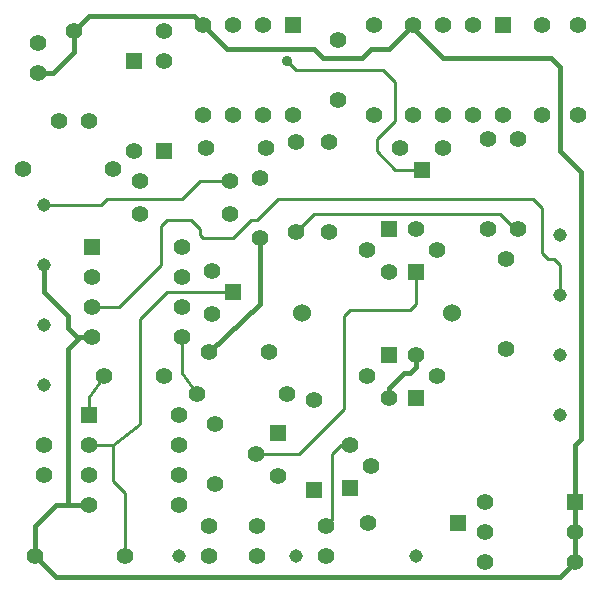
<source format=gtl>
G04 (created by PCBNEW (2013-jul-07)-stable) date Tue 23 Jun 2015 11:22:24 PM EDT*
%MOIN*%
G04 Gerber Fmt 3.4, Leading zero omitted, Abs format*
%FSLAX34Y34*%
G01*
G70*
G90*
G04 APERTURE LIST*
%ADD10C,0.00590551*%
%ADD11C,0.06*%
%ADD12C,0.055*%
%ADD13R,0.056X0.056*%
%ADD14C,0.056*%
%ADD15R,0.055X0.055*%
%ADD16C,0.045*%
%ADD17C,0.035*%
%ADD18C,0.0157874*%
%ADD19C,0.01*%
G04 APERTURE END LIST*
G54D10*
G54D11*
X52000Y-29100D03*
X47000Y-29100D03*
G54D12*
X40700Y-24300D03*
X37700Y-24300D03*
X42400Y-19700D03*
X39400Y-19700D03*
X54200Y-26300D03*
X54200Y-23300D03*
X56200Y-22500D03*
X56200Y-19500D03*
X44600Y-25800D03*
X41600Y-25800D03*
X41600Y-24700D03*
X44600Y-24700D03*
X41100Y-37200D03*
X38100Y-37200D03*
X49400Y-19500D03*
X49400Y-22500D03*
X46800Y-26400D03*
X46800Y-23400D03*
X53200Y-23300D03*
X53200Y-26300D03*
X55000Y-22500D03*
X55000Y-19500D03*
X53800Y-30300D03*
X53800Y-27300D03*
X46500Y-31800D03*
X43500Y-31800D03*
X53100Y-36400D03*
X56100Y-36400D03*
X47900Y-26400D03*
X47900Y-23400D03*
X53100Y-37400D03*
X56100Y-37400D03*
X47800Y-36200D03*
X47800Y-37200D03*
X43900Y-36200D03*
X43900Y-37200D03*
X39900Y-22700D03*
X38900Y-22700D03*
X45500Y-36200D03*
X45500Y-37200D03*
G54D13*
X47400Y-35000D03*
G54D14*
X47400Y-32000D03*
G54D13*
X56100Y-35400D03*
G54D14*
X53100Y-35400D03*
G54D13*
X41400Y-20700D03*
G54D14*
X41400Y-23700D03*
G54D13*
X42400Y-23700D03*
G54D14*
X42400Y-20700D03*
G54D13*
X52200Y-36100D03*
G54D14*
X49200Y-36100D03*
G54D15*
X53700Y-19500D03*
G54D12*
X52700Y-19500D03*
X51700Y-19500D03*
X50700Y-19500D03*
X50700Y-22500D03*
X51700Y-22500D03*
X52700Y-22500D03*
X53700Y-22500D03*
G54D15*
X39900Y-32500D03*
G54D12*
X39900Y-33500D03*
X39900Y-34500D03*
X39900Y-35500D03*
X42900Y-35500D03*
X42900Y-34500D03*
X42900Y-33500D03*
X42900Y-32500D03*
G54D15*
X40000Y-26900D03*
G54D12*
X40000Y-27900D03*
X40000Y-28900D03*
X40000Y-29900D03*
X43000Y-29900D03*
X43000Y-28900D03*
X43000Y-27900D03*
X43000Y-26900D03*
G54D15*
X46700Y-19500D03*
G54D12*
X45700Y-19500D03*
X44700Y-19500D03*
X43700Y-19500D03*
X43700Y-22500D03*
X44700Y-22500D03*
X45700Y-22500D03*
X46700Y-22500D03*
X44100Y-32800D03*
X44100Y-34800D03*
X40400Y-31200D03*
X42400Y-31200D03*
X45600Y-24600D03*
X45600Y-26600D03*
X45900Y-30400D03*
X43900Y-30400D03*
X48200Y-20000D03*
X48200Y-22000D03*
X45800Y-23600D03*
X43800Y-23600D03*
X38400Y-33500D03*
X38400Y-34500D03*
X38200Y-20100D03*
X38200Y-21100D03*
G54D16*
X55600Y-26500D03*
X55600Y-28500D03*
X55600Y-30500D03*
X55600Y-32500D03*
X38400Y-31500D03*
X38400Y-29500D03*
X38400Y-27500D03*
X38400Y-25500D03*
X42900Y-37200D03*
X46800Y-37200D03*
X50800Y-37200D03*
G54D12*
X50292Y-23600D03*
G54D15*
X51000Y-24307D03*
G54D12*
X51707Y-23600D03*
X44000Y-29107D03*
G54D15*
X44707Y-28400D03*
G54D12*
X44000Y-27692D03*
G54D15*
X49900Y-26292D03*
G54D12*
X49192Y-27000D03*
X49900Y-27707D03*
G54D15*
X49900Y-30492D03*
G54D12*
X49192Y-31200D03*
X49900Y-31907D03*
G54D15*
X48600Y-34907D03*
G54D12*
X49307Y-34200D03*
X48600Y-33492D03*
G54D15*
X46200Y-33092D03*
G54D12*
X45492Y-33800D03*
X46200Y-34507D03*
G54D15*
X50800Y-27707D03*
G54D12*
X51507Y-27000D03*
X50800Y-26292D03*
G54D15*
X50800Y-31907D03*
G54D12*
X51507Y-31200D03*
X50800Y-30492D03*
G54D17*
X46500Y-20700D03*
G54D18*
X39400Y-19700D02*
X39400Y-20400D01*
X38700Y-21100D02*
X38200Y-21100D01*
X39400Y-20400D02*
X38700Y-21100D01*
X43700Y-19500D02*
X43400Y-19200D01*
X39900Y-19200D02*
X39400Y-19700D01*
X43400Y-19200D02*
X39900Y-19200D01*
X40000Y-29900D02*
X39500Y-29900D01*
X38400Y-28400D02*
X38400Y-27500D01*
X39200Y-29200D02*
X38400Y-28400D01*
X39200Y-29600D02*
X39200Y-29200D01*
X39500Y-29900D02*
X39200Y-29600D01*
X39200Y-35500D02*
X39200Y-30300D01*
X39600Y-29900D02*
X40000Y-29900D01*
X39200Y-30300D02*
X39600Y-29900D01*
X38100Y-37200D02*
X38100Y-36200D01*
X38800Y-35500D02*
X39200Y-35500D01*
X39200Y-35500D02*
X39900Y-35500D01*
X38100Y-36200D02*
X38800Y-35500D01*
X56100Y-35400D02*
X56100Y-36400D01*
X56100Y-36400D02*
X56100Y-37400D01*
X56100Y-37400D02*
X55600Y-37900D01*
X55600Y-37900D02*
X38800Y-37900D01*
X38800Y-37900D02*
X38100Y-37200D01*
X56100Y-33500D02*
X56100Y-35400D01*
X56300Y-33300D02*
X56100Y-33500D01*
X56300Y-24400D02*
X56300Y-33300D01*
X50700Y-19500D02*
X50700Y-19600D01*
X55600Y-23700D02*
X56300Y-24400D01*
X55600Y-20900D02*
X55600Y-23700D01*
X55300Y-20600D02*
X55600Y-20900D01*
X51700Y-20600D02*
X55300Y-20600D01*
X50700Y-19600D02*
X51700Y-20600D01*
X43700Y-19500D02*
X44500Y-20300D01*
X49900Y-20300D02*
X50700Y-19500D01*
X49300Y-20300D02*
X49900Y-20300D01*
X49000Y-20600D02*
X49300Y-20300D01*
X47700Y-20600D02*
X49000Y-20600D01*
X47400Y-20300D02*
X47700Y-20600D01*
X44500Y-20300D02*
X47400Y-20300D01*
G54D19*
X43000Y-28900D02*
X43000Y-28900D01*
X40000Y-28900D02*
X40900Y-28900D01*
X55600Y-27500D02*
X55600Y-28500D01*
X55400Y-27300D02*
X55600Y-27500D01*
X55200Y-27300D02*
X55400Y-27300D01*
X55000Y-27100D02*
X55200Y-27300D01*
X55000Y-25600D02*
X55000Y-27100D01*
X54700Y-25300D02*
X55000Y-25600D01*
X46200Y-25300D02*
X54700Y-25300D01*
X45500Y-26000D02*
X46200Y-25300D01*
X45300Y-26000D02*
X45500Y-26000D01*
X44700Y-26600D02*
X45300Y-26000D01*
X43700Y-26600D02*
X44700Y-26600D01*
X43600Y-26500D02*
X43700Y-26600D01*
X43600Y-26300D02*
X43600Y-26500D01*
X43300Y-26000D02*
X43600Y-26300D01*
X42500Y-26000D02*
X43300Y-26000D01*
X42300Y-26200D02*
X42500Y-26000D01*
X42300Y-27500D02*
X42300Y-26200D01*
X40900Y-28900D02*
X42300Y-27500D01*
X38400Y-25500D02*
X40300Y-25500D01*
X43600Y-24700D02*
X44600Y-24700D01*
X43000Y-25300D02*
X43600Y-24700D01*
X40500Y-25300D02*
X43000Y-25300D01*
X40300Y-25500D02*
X40500Y-25300D01*
X43500Y-31800D02*
X43000Y-31100D01*
X43000Y-31100D02*
X43000Y-29900D01*
X46800Y-26400D02*
X47400Y-25800D01*
X47400Y-25800D02*
X53600Y-25800D01*
X54100Y-26300D02*
X54200Y-26300D01*
X53600Y-25800D02*
X54100Y-26300D01*
G54D18*
X49900Y-31907D02*
X49900Y-31600D01*
X50800Y-30900D02*
X50800Y-30492D01*
X50600Y-31100D02*
X50800Y-30900D01*
X50400Y-31100D02*
X50600Y-31100D01*
X49900Y-31600D02*
X50400Y-31100D01*
X43900Y-30400D02*
X45600Y-28800D01*
X45600Y-28800D02*
X45600Y-26600D01*
G54D19*
X45492Y-33800D02*
X46900Y-33800D01*
X50800Y-28800D02*
X50800Y-27707D01*
X50600Y-29000D02*
X50800Y-28800D01*
X48600Y-29000D02*
X50600Y-29000D01*
X48400Y-29200D02*
X48600Y-29000D01*
X48400Y-32300D02*
X48400Y-29200D01*
X46900Y-33800D02*
X48400Y-32300D01*
X45492Y-33800D02*
X45500Y-33800D01*
X45492Y-33800D02*
X45500Y-33800D01*
X48600Y-33492D02*
X48307Y-33492D01*
X48000Y-36000D02*
X47800Y-36200D01*
X48000Y-33800D02*
X48000Y-36000D01*
X48307Y-33492D02*
X48000Y-33800D01*
X40400Y-31200D02*
X39900Y-31900D01*
X39900Y-31900D02*
X39900Y-32500D01*
X40700Y-33500D02*
X40700Y-34700D01*
X41100Y-35100D02*
X41100Y-37200D01*
X40700Y-34700D02*
X41100Y-35100D01*
X44707Y-28400D02*
X43800Y-28400D01*
X40700Y-33500D02*
X39900Y-33500D01*
X41600Y-32800D02*
X40700Y-33500D01*
X41600Y-29300D02*
X41600Y-32800D01*
X42500Y-28400D02*
X41600Y-29300D01*
X43800Y-28400D02*
X42500Y-28400D01*
X43800Y-28400D02*
X43800Y-28400D01*
X51000Y-24307D02*
X50107Y-24307D01*
X46800Y-21000D02*
X46500Y-20700D01*
X49700Y-21000D02*
X46800Y-21000D01*
X50100Y-21400D02*
X49700Y-21000D01*
X50100Y-22700D02*
X50100Y-21400D01*
X49500Y-23300D02*
X50100Y-22700D01*
X49500Y-23700D02*
X49500Y-23300D01*
X50107Y-24307D02*
X49500Y-23700D01*
M02*

</source>
